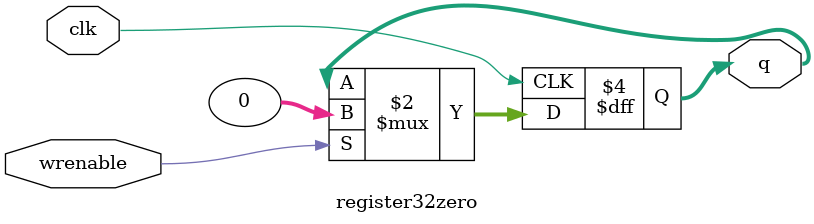
<source format=v>


module register32 #(parameter W = 32)
(
    output reg [W-1:0]  q,
    input      [W-1:0]  d,
    input               wrenable,
    input               clk
);

    always @(posedge clk) begin
        if(wrenable) begin
            q <= d;
        end
    end

endmodule


module register32zero #(parameter W = 32)
(
    output reg [W-1:0]  q,
    input               wrenable,
    input               clk
);

    always @(posedge clk) begin
        if(wrenable) begin
            q <= 32'd0;;
        end
    end

endmodule

</source>
